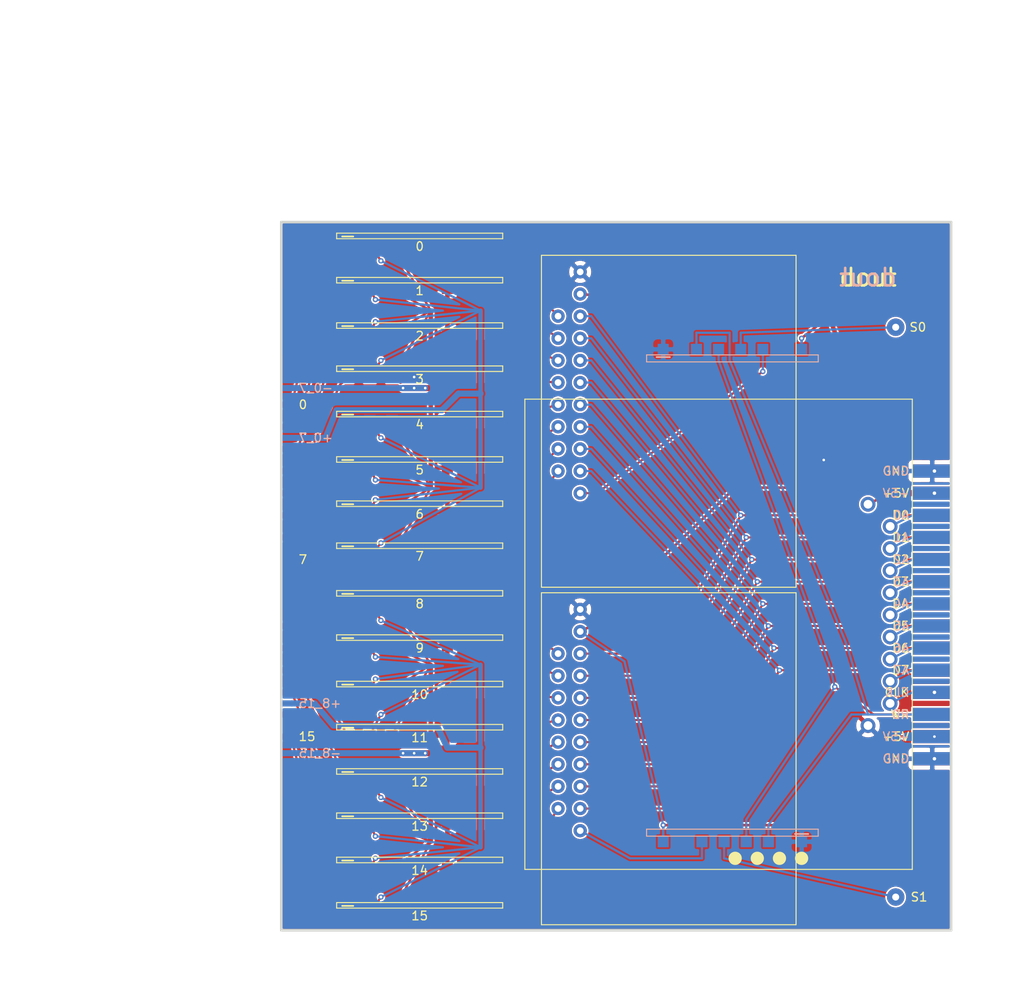
<source format=kicad_pcb>
(kicad_pcb (version 20171130) (host pcbnew 5.1.5+dfsg1-2build2)
  (layers (0 F.Cu signal) (31 B.Cu signal) (34 B.Paste user) (35 F.Paste user) (36 B.SilkS user) (37 F.SilkS user) (38 B.Mask user) (39 F.Mask user) (44 Edge.Cuts user))
  (net 0 "")
  (net 1 OUT1)
  (net 2 OUT2)
  (net 3 OUT3)
  (net 4 OUT4)
  (net 5 OUT5)
  (net 6 OUT6)
  (net 7 OUT7)
  (net 8 GND)
  (net 9 OPL1)
  (net 10 OPL2)
  (net 11 OPL3)
  (net 12 OPL4)
  (net 13 OPL5)
  (net 14 OPL6)
  (net 15 OPL7)
  (net 16 +5V)
  (net 17 CLK)
  (net 18 A7)
  (net 19 A6)
  (net 20 A5)
  (net 21 A4)
  (net 22 A3)
  (net 23 A2)
  (net 24 A1)
  (net 25 A0)
  (net 26 D7)
  (net 27 D6)
  (net 28 D5)
  (net 29 D4)
  (net 30 D3)
  (net 31 D2)
  (net 32 D1)
  (net 33 D0)
  (net 34 OPL0)
  (net 35 WR)
  (net 36 RD)
  (net 37 OUT0)
  (net 38 S0)
  (net 39 SW0)
  (net 40 VP0_7)
  (net 41 VM0_7)
  (net 42 VM8_15)
  (net 43 VP8_15)
  (net 44 OUT15)
  (net 45 OUT14)
  (net 46 OUT13)
  (net 47 OUT12)
  (net 48 OUT11)
  (net 49 OUT10)
  (net 50 OUT9)
  (net 51 OUT8)
  (net 52 S1)
  (net 53 OPL8)
  (net 54 OPL9)
  (net 55 OPL10)
  (net 56 OPL11)
  (net 57 OPL12)
  (net 58 OPL13)
  (net 59 OPL14)
  (net 60 OPL15)
  (net 61 SW1)
  (net 62 "Net-(J25-Pad13)")
  (net 63 "Net-(J25-Pad12)")
  (net 64 "Net-(J25-Pad15)")
  (net 65 "Net-(J25-Pad14)")
  (module plc88:data_manager_i (layer F.Cu) (at -7.62 35.56)
    (fp_text reference J19 hide)
    (fp_text value data_manager_i hide)
    (pad 19 thru_hole circle (at -2.54 27.94) (size 1.524 1.524) (drill 0.762) (layers *.Cu *.Mask) (net 61 SW1))
    (pad 18 thru_hole circle (at -2.54 5.08) (size 1.524 1.524) (drill 0.762) (layers *.Cu *.Mask) (net 16 +5V))
    (pad 17 thru_hole circle (at -2.54 2.54) (size 1.524 1.524) (drill 0.762) (layers *.Cu *.Mask) (net 8 GND))
    (pad 16 thru_hole circle (at -2.54 25.4) (size 1.524 1.524) (drill 0.762) (layers *.Cu *.Mask) (net 26 D7))
    (pad 15 thru_hole circle (at -5.08 25.4) (size 1.524 1.524) (drill 0.762) (layers *.Cu *.Mask) (net 60 OPL15))
    (pad 14 thru_hole circle (at -2.54 22.86) (size 1.524 1.524) (drill 0.762) (layers *.Cu *.Mask) (net 27 D6))
    (pad 13 thru_hole circle (at -5.08 22.86) (size 1.524 1.524) (drill 0.762) (layers *.Cu *.Mask) (net 59 OPL14))
    (pad 12 thru_hole circle (at -2.54 20.32) (size 1.524 1.524) (drill 0.762) (layers *.Cu *.Mask) (net 28 D5))
    (pad 11 thru_hole circle (at -5.08 20.32) (size 1.524 1.524) (drill 0.762) (layers *.Cu *.Mask) (net 58 OPL13))
    (pad 10 thru_hole circle (at -2.54 17.78) (size 1.524 1.524) (drill 0.762) (layers *.Cu *.Mask) (net 29 D4))
    (pad 9 thru_hole circle (at -5.08 17.78) (size 1.524 1.524) (drill 0.762) (layers *.Cu *.Mask) (net 57 OPL12))
    (pad 8 thru_hole circle (at -2.54 15.24) (size 1.524 1.524) (drill 0.762) (layers *.Cu *.Mask) (net 30 D3))
    (pad 7 thru_hole circle (at -5.08 15.24) (size 1.524 1.524) (drill 0.762) (layers *.Cu *.Mask) (net 56 OPL11))
    (pad 6 thru_hole circle (at -2.54 12.7) (size 1.524 1.524) (drill 0.762) (layers *.Cu *.Mask) (net 31 D2))
    (pad 5 thru_hole circle (at -5.08 12.7) (size 1.524 1.524) (drill 0.762) (layers *.Cu *.Mask) (net 55 OPL10))
    (pad 4 thru_hole circle (at -2.54 10.16) (size 1.524 1.524) (drill 0.762) (layers *.Cu *.Mask) (net 32 D1))
    (pad 3 thru_hole circle (at -5.08 10.16) (size 1.524 1.524) (drill 0.762) (layers *.Cu *.Mask) (net 54 OPL9))
    (pad 2 thru_hole circle (at -2.54 7.62) (size 1.524 1.524) (drill 0.762) (layers *.Cu *.Mask) (net 33 D0))
    (pad 1 thru_hole circle (at -5.08 7.62) (size 1.524 1.524) (drill 0.762) (layers *.Cu *.Mask) (net 53 OPL8))
  )
  (module plc88:data_manager_i (layer F.Cu) (at -7.62 -3.175)
    (fp_text reference J18 hide)
    (fp_text value data_manager_i hide)
    (pad 19 thru_hole circle (at -2.54 27.94) (size 1.524 1.524) (drill 0.762) (layers *.Cu *.Mask) (net 39 SW0))
    (pad 18 thru_hole circle (at -2.54 5.08) (size 1.524 1.524) (drill 0.762) (layers *.Cu *.Mask) (net 16 +5V))
    (pad 17 thru_hole circle (at -2.54 2.54) (size 1.524 1.524) (drill 0.762) (layers *.Cu *.Mask) (net 8 GND))
    (pad 16 thru_hole circle (at -2.54 25.4) (size 1.524 1.524) (drill 0.762) (layers *.Cu *.Mask) (net 26 D7))
    (pad 15 thru_hole circle (at -5.08 25.4) (size 1.524 1.524) (drill 0.762) (layers *.Cu *.Mask) (net 15 OPL7))
    (pad 14 thru_hole circle (at -2.54 22.86) (size 1.524 1.524) (drill 0.762) (layers *.Cu *.Mask) (net 27 D6))
    (pad 13 thru_hole circle (at -5.08 22.86) (size 1.524 1.524) (drill 0.762) (layers *.Cu *.Mask) (net 14 OPL6))
    (pad 12 thru_hole circle (at -2.54 20.32) (size 1.524 1.524) (drill 0.762) (layers *.Cu *.Mask) (net 28 D5))
    (pad 11 thru_hole circle (at -5.08 20.32) (size 1.524 1.524) (drill 0.762) (layers *.Cu *.Mask) (net 13 OPL5))
    (pad 10 thru_hole circle (at -2.54 17.78) (size 1.524 1.524) (drill 0.762) (layers *.Cu *.Mask) (net 29 D4))
    (pad 9 thru_hole circle (at -5.08 17.78) (size 1.524 1.524) (drill 0.762) (layers *.Cu *.Mask) (net 12 OPL4))
    (pad 8 thru_hole circle (at -2.54 15.24) (size 1.524 1.524) (drill 0.762) (layers *.Cu *.Mask) (net 30 D3))
    (pad 7 thru_hole circle (at -5.08 15.24) (size 1.524 1.524) (drill 0.762) (layers *.Cu *.Mask) (net 11 OPL3))
    (pad 6 thru_hole circle (at -2.54 12.7) (size 1.524 1.524) (drill 0.762) (layers *.Cu *.Mask) (net 31 D2))
    (pad 5 thru_hole circle (at -5.08 12.7) (size 1.524 1.524) (drill 0.762) (layers *.Cu *.Mask) (net 10 OPL2))
    (pad 4 thru_hole circle (at -2.54 10.16) (size 1.524 1.524) (drill 0.762) (layers *.Cu *.Mask) (net 32 D1))
    (pad 3 thru_hole circle (at -5.08 10.16) (size 1.524 1.524) (drill 0.762) (layers *.Cu *.Mask) (net 9 OPL1))
    (pad 2 thru_hole circle (at -2.54 7.62) (size 1.524 1.524) (drill 0.762) (layers *.Cu *.Mask) (net 33 D0))
    (pad 1 thru_hole circle (at -5.08 7.62) (size 1.524 1.524) (drill 0.762) (layers *.Cu *.Mask) (net 34 OPL0))
  )
  (module plc88:dio_channel_i (layer F.Cu) (at -29.845 70.485)
    (fp_text reference J17 hide)
    (fp_text value dio_channel_i hide)
    (fp_text user 15 (at 1.27 2.794) (layer F.SilkS))
    (pad 4 smd rect (at 4.445 2.54) (size 1.27 1.27) (layers F.Cu F.Paste F.Mask) (net 8 GND))
    (pad 6 smd rect (at 9.525 2.54) (size 1.27 1.27) (layers F.Cu F.Paste F.Mask) (net 60 OPL15))
    (pad 5 smd rect (at 6.985 2.54) (size 1.27 1.27) (layers F.Cu F.Paste F.Mask) (net 16 +5V))
    (pad 3 smd rect (at -1.905 2.54) (size 1.27 1.27) (layers F.Cu F.Paste F.Mask) (net 42 VM8_15))
    (pad 2 smd rect (at -4.445 2.54) (size 1.27 1.27) (layers F.Cu F.Paste F.Mask) (net 43 VP8_15))
    (pad 1 smd rect (at -6.985 2.54) (size 1.27 1.27) (layers F.Cu F.Paste F.Mask) (net 44 OUT15))
  )
  (module plc88:dio_channel_i (layer F.Cu) (at -29.845 65.278)
    (fp_text reference J16 hide)
    (fp_text value dio_channel_i hide)
    (fp_text user 14 (at 1.27 2.794) (layer F.SilkS))
    (pad 4 smd rect (at 4.445 2.54) (size 1.27 1.27) (layers F.Cu F.Paste F.Mask) (net 8 GND))
    (pad 6 smd rect (at 9.525 2.54) (size 1.27 1.27) (layers F.Cu F.Paste F.Mask) (net 59 OPL14))
    (pad 5 smd rect (at 6.985 2.54) (size 1.27 1.27) (layers F.Cu F.Paste F.Mask) (net 16 +5V))
    (pad 3 smd rect (at -1.905 2.54) (size 1.27 1.27) (layers F.Cu F.Paste F.Mask) (net 42 VM8_15))
    (pad 2 smd rect (at -4.445 2.54) (size 1.27 1.27) (layers F.Cu F.Paste F.Mask) (net 43 VP8_15))
    (pad 1 smd rect (at -6.985 2.54) (size 1.27 1.27) (layers F.Cu F.Paste F.Mask) (net 45 OUT14))
  )
  (module plc88:dio_channel_i (layer F.Cu) (at -29.845 60.198)
    (fp_text reference J15 hide)
    (fp_text value dio_channel_i hide)
    (fp_text user 13 (at 1.27 2.794) (layer F.SilkS))
    (pad 4 smd rect (at 4.445 2.54) (size 1.27 1.27) (layers F.Cu F.Paste F.Mask) (net 8 GND))
    (pad 6 smd rect (at 9.525 2.54) (size 1.27 1.27) (layers F.Cu F.Paste F.Mask) (net 58 OPL13))
    (pad 5 smd rect (at 6.985 2.54) (size 1.27 1.27) (layers F.Cu F.Paste F.Mask) (net 16 +5V))
    (pad 3 smd rect (at -1.905 2.54) (size 1.27 1.27) (layers F.Cu F.Paste F.Mask) (net 42 VM8_15))
    (pad 2 smd rect (at -4.445 2.54) (size 1.27 1.27) (layers F.Cu F.Paste F.Mask) (net 43 VP8_15))
    (pad 1 smd rect (at -6.985 2.54) (size 1.27 1.27) (layers F.Cu F.Paste F.Mask) (net 46 OUT13))
  )
  (module plc88:dio_channel_i (layer F.Cu) (at -29.845 55.118)
    (fp_text reference J14 hide)
    (fp_text value dio_channel_i hide)
    (fp_text user 12 (at 1.27 2.794) (layer F.SilkS))
    (pad 4 smd rect (at 4.445 2.54) (size 1.27 1.27) (layers F.Cu F.Paste F.Mask) (net 8 GND))
    (pad 6 smd rect (at 9.525 2.54) (size 1.27 1.27) (layers F.Cu F.Paste F.Mask) (net 57 OPL12))
    (pad 5 smd rect (at 6.985 2.54) (size 1.27 1.27) (layers F.Cu F.Paste F.Mask) (net 16 +5V))
    (pad 3 smd rect (at -1.905 2.54) (size 1.27 1.27) (layers F.Cu F.Paste F.Mask) (net 42 VM8_15))
    (pad 2 smd rect (at -4.445 2.54) (size 1.27 1.27) (layers F.Cu F.Paste F.Mask) (net 43 VP8_15))
    (pad 1 smd rect (at -6.985 2.54) (size 1.27 1.27) (layers F.Cu F.Paste F.Mask) (net 47 OUT12))
  )
  (module plc88:dio_channel_i (layer F.Cu) (at -29.845 50.038)
    (fp_text reference J13 hide)
    (fp_text value dio_channel_i hide)
    (fp_text user 11 (at 1.27 2.794) (layer F.SilkS))
    (pad 4 smd rect (at 4.445 2.54) (size 1.27 1.27) (layers F.Cu F.Paste F.Mask) (net 8 GND))
    (pad 6 smd rect (at 9.525 2.54) (size 1.27 1.27) (layers F.Cu F.Paste F.Mask) (net 56 OPL11))
    (pad 5 smd rect (at 6.985 2.54) (size 1.27 1.27) (layers F.Cu F.Paste F.Mask) (net 16 +5V))
    (pad 3 smd rect (at -1.905 2.54) (size 1.27 1.27) (layers F.Cu F.Paste F.Mask) (net 42 VM8_15))
    (pad 2 smd rect (at -4.445 2.54) (size 1.27 1.27) (layers F.Cu F.Paste F.Mask) (net 43 VP8_15))
    (pad 1 smd rect (at -6.985 2.54) (size 1.27 1.27) (layers F.Cu F.Paste F.Mask) (net 48 OUT11))
  )
  (module plc88:dio_channel_i (layer F.Cu) (at -29.845 45.085)
    (fp_text reference J12 hide)
    (fp_text value dio_channel_i hide)
    (fp_text user 10 (at 1.27 2.794) (layer F.SilkS))
    (pad 4 smd rect (at 4.445 2.54) (size 1.27 1.27) (layers F.Cu F.Paste F.Mask) (net 8 GND))
    (pad 6 smd rect (at 9.525 2.54) (size 1.27 1.27) (layers F.Cu F.Paste F.Mask) (net 55 OPL10))
    (pad 5 smd rect (at 6.985 2.54) (size 1.27 1.27) (layers F.Cu F.Paste F.Mask) (net 16 +5V))
    (pad 3 smd rect (at -1.905 2.54) (size 1.27 1.27) (layers F.Cu F.Paste F.Mask) (net 42 VM8_15))
    (pad 2 smd rect (at -4.445 2.54) (size 1.27 1.27) (layers F.Cu F.Paste F.Mask) (net 43 VP8_15))
    (pad 1 smd rect (at -6.985 2.54) (size 1.27 1.27) (layers F.Cu F.Paste F.Mask) (net 49 OUT10))
  )
  (module plc88:dio_channel_i (layer F.Cu) (at -29.845 39.751)
    (fp_text reference J11 hide)
    (fp_text value dio_channel_i hide)
    (fp_text user 9 (at 1.27 2.794) (layer F.SilkS))
    (pad 4 smd rect (at 4.445 2.54) (size 1.27 1.27) (layers F.Cu F.Paste F.Mask) (net 8 GND))
    (pad 6 smd rect (at 9.525 2.54) (size 1.27 1.27) (layers F.Cu F.Paste F.Mask) (net 54 OPL9))
    (pad 5 smd rect (at 6.985 2.54) (size 1.27 1.27) (layers F.Cu F.Paste F.Mask) (net 16 +5V))
    (pad 3 smd rect (at -1.905 2.54) (size 1.27 1.27) (layers F.Cu F.Paste F.Mask) (net 42 VM8_15))
    (pad 2 smd rect (at -4.445 2.54) (size 1.27 1.27) (layers F.Cu F.Paste F.Mask) (net 43 VP8_15))
    (pad 1 smd rect (at -6.985 2.54) (size 1.27 1.27) (layers F.Cu F.Paste F.Mask) (net 50 OUT9))
  )
  (module plc88:dio_channel_i (layer F.Cu) (at -29.845 34.671)
    (fp_text reference J10 hide)
    (fp_text value dio_channel_i hide)
    (fp_text user 8 (at 1.27 2.794) (layer F.SilkS))
    (pad 4 smd rect (at 4.445 2.54) (size 1.27 1.27) (layers F.Cu F.Paste F.Mask) (net 8 GND))
    (pad 6 smd rect (at 9.525 2.54) (size 1.27 1.27) (layers F.Cu F.Paste F.Mask) (net 53 OPL8))
    (pad 5 smd rect (at 6.985 2.54) (size 1.27 1.27) (layers F.Cu F.Paste F.Mask) (net 16 +5V))
    (pad 3 smd rect (at -1.905 2.54) (size 1.27 1.27) (layers F.Cu F.Paste F.Mask) (net 42 VM8_15))
    (pad 2 smd rect (at -4.445 2.54) (size 1.27 1.27) (layers F.Cu F.Paste F.Mask) (net 43 VP8_15))
    (pad 1 smd rect (at -6.985 2.54) (size 1.27 1.27) (layers F.Cu F.Paste F.Mask) (net 51 OUT8))
  )
  (module plc88:dio_channel_i (layer F.Cu) (at -29.845 29.21)
    (fp_text reference J9 hide)
    (fp_text value dio_channel_i hide)
    (fp_text user 7 (at 1.27 2.794) (layer F.SilkS))
    (pad 4 smd rect (at 4.445 2.54) (size 1.27 1.27) (layers F.Cu F.Paste F.Mask) (net 8 GND))
    (pad 6 smd rect (at 9.525 2.54) (size 1.27 1.27) (layers F.Cu F.Paste F.Mask) (net 15 OPL7))
    (pad 5 smd rect (at 6.985 2.54) (size 1.27 1.27) (layers F.Cu F.Paste F.Mask) (net 16 +5V))
    (pad 3 smd rect (at -1.905 2.54) (size 1.27 1.27) (layers F.Cu F.Paste F.Mask) (net 41 VM0_7))
    (pad 2 smd rect (at -4.445 2.54) (size 1.27 1.27) (layers F.Cu F.Paste F.Mask) (net 40 VP0_7))
    (pad 1 smd rect (at -6.985 2.54) (size 1.27 1.27) (layers F.Cu F.Paste F.Mask) (net 7 OUT7))
  )
  (module plc88:dio_channel_i (layer F.Cu) (at -29.845 24.384)
    (fp_text reference J8 hide)
    (fp_text value dio_channel_i hide)
    (fp_text user 6 (at 1.27 2.794) (layer F.SilkS))
    (pad 4 smd rect (at 4.445 2.54) (size 1.27 1.27) (layers F.Cu F.Paste F.Mask) (net 8 GND))
    (pad 6 smd rect (at 9.525 2.54) (size 1.27 1.27) (layers F.Cu F.Paste F.Mask) (net 14 OPL6))
    (pad 5 smd rect (at 6.985 2.54) (size 1.27 1.27) (layers F.Cu F.Paste F.Mask) (net 16 +5V))
    (pad 3 smd rect (at -1.905 2.54) (size 1.27 1.27) (layers F.Cu F.Paste F.Mask) (net 41 VM0_7))
    (pad 2 smd rect (at -4.445 2.54) (size 1.27 1.27) (layers F.Cu F.Paste F.Mask) (net 40 VP0_7))
    (pad 1 smd rect (at -6.985 2.54) (size 1.27 1.27) (layers F.Cu F.Paste F.Mask) (net 6 OUT6))
  )
  (module plc88:dio_channel_i (layer F.Cu) (at -29.845 19.304)
    (fp_text reference J7 hide)
    (fp_text value dio_channel_i hide)
    (fp_text user 5 (at 1.27 2.794) (layer F.SilkS))
    (pad 4 smd rect (at 4.445 2.54) (size 1.27 1.27) (layers F.Cu F.Paste F.Mask) (net 8 GND))
    (pad 6 smd rect (at 9.525 2.54) (size 1.27 1.27) (layers F.Cu F.Paste F.Mask) (net 13 OPL5))
    (pad 5 smd rect (at 6.985 2.54) (size 1.27 1.27) (layers F.Cu F.Paste F.Mask) (net 16 +5V))
    (pad 3 smd rect (at -1.905 2.54) (size 1.27 1.27) (layers F.Cu F.Paste F.Mask) (net 41 VM0_7))
    (pad 2 smd rect (at -4.445 2.54) (size 1.27 1.27) (layers F.Cu F.Paste F.Mask) (net 40 VP0_7))
    (pad 1 smd rect (at -6.985 2.54) (size 1.27 1.27) (layers F.Cu F.Paste F.Mask) (net 5 OUT5))
  )
  (module plc88:dio_channel_i (layer F.Cu) (at -29.845 14.097)
    (fp_text reference J6 hide)
    (fp_text value dio_channel_i hide)
    (fp_text user 4 (at 1.27 2.794) (layer F.SilkS))
    (pad 4 smd rect (at 4.445 2.54) (size 1.27 1.27) (layers F.Cu F.Paste F.Mask) (net 8 GND))
    (pad 6 smd rect (at 9.525 2.54) (size 1.27 1.27) (layers F.Cu F.Paste F.Mask) (net 12 OPL4))
    (pad 5 smd rect (at 6.985 2.54) (size 1.27 1.27) (layers F.Cu F.Paste F.Mask) (net 16 +5V))
    (pad 3 smd rect (at -1.905 2.54) (size 1.27 1.27) (layers F.Cu F.Paste F.Mask) (net 41 VM0_7))
    (pad 2 smd rect (at -4.445 2.54) (size 1.27 1.27) (layers F.Cu F.Paste F.Mask) (net 40 VP0_7))
    (pad 1 smd rect (at -6.985 2.54) (size 1.27 1.27) (layers F.Cu F.Paste F.Mask) (net 4 OUT4))
  )
  (module plc88:dio_channel_i (layer F.Cu) (at -29.845 8.89)
    (fp_text reference J5 hide)
    (fp_text value dio_channel_i hide)
    (fp_text user 3 (at 1.27 2.794) (layer F.SilkS))
    (pad 4 smd rect (at 4.445 2.54) (size 1.27 1.27) (layers F.Cu F.Paste F.Mask) (net 8 GND))
    (pad 6 smd rect (at 9.525 2.54) (size 1.27 1.27) (layers F.Cu F.Paste F.Mask) (net 11 OPL3))
    (pad 5 smd rect (at 6.985 2.54) (size 1.27 1.27) (layers F.Cu F.Paste F.Mask) (net 16 +5V))
    (pad 3 smd rect (at -1.905 2.54) (size 1.27 1.27) (layers F.Cu F.Paste F.Mask) (net 41 VM0_7))
    (pad 2 smd rect (at -4.445 2.54) (size 1.27 1.27) (layers F.Cu F.Paste F.Mask) (net 40 VP0_7))
    (pad 1 smd rect (at -6.985 2.54) (size 1.27 1.27) (layers F.Cu F.Paste F.Mask) (net 3 OUT3))
  )
  (module plc88:dio_channel_i (layer F.Cu) (at -29.845 3.937)
    (fp_text reference J4 hide)
    (fp_text value dio_channel_i hide)
    (fp_text user 2 (at 1.27 2.794) (layer F.SilkS))
    (pad 4 smd rect (at 4.445 2.54) (size 1.27 1.27) (layers F.Cu F.Paste F.Mask) (net 8 GND))
    (pad 6 smd rect (at 9.525 2.54) (size 1.27 1.27) (layers F.Cu F.Paste F.Mask) (net 10 OPL2))
    (pad 5 smd rect (at 6.985 2.54) (size 1.27 1.27) (layers F.Cu F.Paste F.Mask) (net 16 +5V))
    (pad 3 smd rect (at -1.905 2.54) (size 1.27 1.27) (layers F.Cu F.Paste F.Mask) (net 41 VM0_7))
    (pad 2 smd rect (at -4.445 2.54) (size 1.27 1.27) (layers F.Cu F.Paste F.Mask) (net 40 VP0_7))
    (pad 1 smd rect (at -6.985 2.54) (size 1.27 1.27) (layers F.Cu F.Paste F.Mask) (net 2 OUT2))
  )
  (module plc88:dio_channel_i (layer F.Cu) (at -29.845 -1.27)
    (fp_text reference J3 hide)
    (fp_text value dio_channel_i hide)
    (fp_text user 1 (at 1.27 2.794) (layer F.SilkS))
    (pad 4 smd rect (at 4.445 2.54) (size 1.27 1.27) (layers F.Cu F.Paste F.Mask) (net 8 GND))
    (pad 6 smd rect (at 9.525 2.54) (size 1.27 1.27) (layers F.Cu F.Paste F.Mask) (net 9 OPL1))
    (pad 5 smd rect (at 6.985 2.54) (size 1.27 1.27) (layers F.Cu F.Paste F.Mask) (net 16 +5V))
    (pad 3 smd rect (at -1.905 2.54) (size 1.27 1.27) (layers F.Cu F.Paste F.Mask) (net 41 VM0_7))
    (pad 2 smd rect (at -4.445 2.54) (size 1.27 1.27) (layers F.Cu F.Paste F.Mask) (net 40 VP0_7))
    (pad 1 smd rect (at -6.985 2.54) (size 1.27 1.27) (layers F.Cu F.Paste F.Mask) (net 1 OUT1))
  )
  (module plc88:dio_channel_i (layer F.Cu) (at -29.845 -6.35)
    (fp_text reference J2 hide)
    (fp_text value dio_channel_i hide)
    (fp_text user 0 (at 1.27 2.794) (layer F.SilkS))
    (pad 4 smd rect (at 4.445 2.54) (size 1.27 1.27) (layers F.Cu F.Paste F.Mask) (net 8 GND))
    (pad 6 smd rect (at 9.525 2.54) (size 1.27 1.27) (layers F.Cu F.Paste F.Mask) (net 34 OPL0))
    (pad 5 smd rect (at 6.985 2.54) (size 1.27 1.27) (layers F.Cu F.Paste F.Mask) (net 16 +5V))
    (pad 3 smd rect (at -1.905 2.54) (size 1.27 1.27) (layers F.Cu F.Paste F.Mask) (net 41 VM0_7))
    (pad 2 smd rect (at -4.445 2.54) (size 1.27 1.27) (layers F.Cu F.Paste F.Mask) (net 40 VP0_7))
    (pad 1 smd rect (at -6.985 2.54) (size 1.27 1.27) (layers F.Cu F.Paste F.Mask) (net 37 OUT0))
  )
  (module plc88:fm16_im (layer F.Cu) (at -41.275 5.715)
    (fp_text reference J1 hide)
    (fp_text value fm16_i hide)
    (fp_text user 15 (at -1.27 46.99) (layer F.SilkS) (effects (justify left)))
    (fp_text user 7 (at -1.27 26.67) (layer F.SilkS) (effects (justify left)))
    (fp_text user 0 (at -1.27 8.89) (layer F.SilkS) (effects (justify left)))
    (fp_text user -8_15 (at -1.27 48.895) (layer B.SilkS) (effects (justify right mirror)))
    (fp_text user +8_15 (at -1.27 43.18) (layer B.SilkS) (effects (justify right mirror)))
    (fp_text user -0_7 (at -1.27 6.985) (layer B.SilkS) (effects (justify right mirror)))
    (fp_text user +0_7 (at -1.27 12.7) (layer B.SilkS) (effects (justify right mirror)))
    (pad 25 smd rect (at -2.54 57.785) (size 1.27 7.62) (layers F.Cu F.Paste F.Mask) (net 8 GND))
    (pad 24 smd rect (at -2.54 -0.635) (size 1.27 7.62) (layers F.Cu F.Paste F.Mask) (net 8 GND))
    (pad 23 smd rect (at -2.54 57.785) (size 1.27 7.62) (layers B.Cu B.Paste B.Mask) (net 8 GND))
    (pad 22 smd rect (at -2.54 28.575) (size 1.27 7.62) (layers B.Cu B.Paste B.Mask) (net 8 GND))
    (pad 21 smd rect (at -2.54 -0.635) (size 1.27 7.62) (layers B.Cu B.Paste B.Mask) (net 8 GND))
    (pad 20 smd rect (at -2.54 48.895) (size 1.27 0.7) (layers B.Cu B.Paste B.Mask) (net 42 VM8_15))
    (pad 19 smd rect (at -2.54 43.18) (size 1.27 0.7) (layers B.Cu B.Paste B.Mask) (net 43 VP8_15))
    (pad 18 smd rect (at -2.54 12.7) (size 1.27 0.7) (layers B.Cu B.Paste B.Mask) (net 40 VP0_7))
    (pad 17 smd rect (at -2.54 6.985) (size 1.27 0.7) (layers B.Cu B.Paste B.Mask) (net 41 VM0_7))
    (pad 16 smd rect (at -2.54 46.99) (size 1.27 0.7) (layers F.Cu F.Paste F.Mask) (net 44 OUT15))
    (pad 15 smd rect (at -2.54 44.45) (size 1.27 0.7) (layers F.Cu F.Paste F.Mask) (net 45 OUT14))
    (pad 14 smd rect (at -2.54 41.91) (size 1.27 0.7) (layers F.Cu F.Paste F.Mask) (net 46 OUT13))
    (pad 13 smd rect (at -2.54 39.37) (size 1.27 0.7) (layers F.Cu F.Paste F.Mask) (net 47 OUT12))
    (pad 12 smd rect (at -2.54 36.83) (size 1.27 0.7) (layers F.Cu F.Paste F.Mask) (net 48 OUT11))
    (pad 11 smd rect (at -2.54 34.29) (size 1.27 0.7) (layers F.Cu F.Paste F.Mask) (net 49 OUT10))
    (pad 10 smd rect (at -2.54 31.75) (size 1.27 0.7) (layers F.Cu F.Paste F.Mask) (net 50 OUT9))
    (pad 9 smd rect (at -2.54 29.21) (size 1.27 0.7) (layers F.Cu F.Paste F.Mask) (net 51 OUT8))
    (pad 8 smd rect (at -2.54 26.67) (size 1.27 0.7) (layers F.Cu F.Paste F.Mask) (net 7 OUT7))
    (pad 7 smd rect (at -2.54 24.13) (size 1.27 0.7) (layers F.Cu F.Paste F.Mask) (net 6 OUT6))
    (pad 6 smd rect (at -2.54 21.59) (size 1.27 0.7) (layers F.Cu F.Paste F.Mask) (net 5 OUT5))
    (pad 5 smd rect (at -2.54 19.05) (size 1.27 0.7) (layers F.Cu F.Paste F.Mask) (net 4 OUT4))
    (pad 4 smd rect (at -2.54 16.51) (size 1.27 0.7) (layers F.Cu F.Paste F.Mask) (net 3 OUT3))
    (pad 3 smd rect (at -2.54 13.97) (size 1.27 0.7) (layers F.Cu F.Paste F.Mask) (net 2 OUT2))
    (pad 2 smd rect (at -2.54 11.43) (size 1.27 0.7) (layers F.Cu F.Paste F.Mask) (net 1 OUT1))
    (pad 1 smd rect (at -2.54 8.89) (size 1.27 0.7) (layers F.Cu F.Paste F.Mask) (net 37 OUT0))
  )
  (module plc88:bus_im (layer F.Cu) (at 30.226 22.225)
    (fp_text reference J24 hide)
    (fp_text value bus_i hide)
    (fp_text user WR (at -2.54 27.94) (layer F.SilkS) (effects (justify right)))
    (fp_text user RD (at -2.54 27.94) (layer B.SilkS) (effects (justify left mirror)))
    (fp_text user GND (at -2.54 0) (layer B.SilkS) (effects (justify left mirror)))
    (fp_text user +5V (at -2.54 2.54) (layer B.SilkS) (effects (justify left mirror)))
    (fp_text user GND (at -2.54 33.02) (layer B.SilkS) (effects (justify left mirror)))
    (fp_text user +5V (at -2.54 30.48) (layer B.SilkS) (effects (justify left mirror)))
    (fp_text user CLK (at -2.54 25.4) (layer B.SilkS) (effects (justify left mirror)))
    (fp_text user A7 (at -2.54 22.86) (layer B.SilkS) (effects (justify left mirror)))
    (fp_text user A6 (at -2.54 20.32) (layer B.SilkS) (effects (justify left mirror)))
    (fp_text user A5 (at -2.54 17.78) (layer B.SilkS) (effects (justify left mirror)))
    (fp_text user A4 (at -2.54 15.24) (layer B.SilkS) (effects (justify left mirror)))
    (fp_text user A3 (at -2.54 12.7) (layer B.SilkS) (effects (justify left mirror)))
    (fp_text user A2 (at -2.54 10.16) (layer B.SilkS) (effects (justify left mirror)))
    (fp_text user A1 (at -2.54 7.62) (layer B.SilkS) (effects (justify left mirror)))
    (fp_text user A0 (at -2.54 5.08) (layer B.SilkS) (effects (justify left mirror)))
    (fp_text user D7 (at -2.54 22.86) (layer F.SilkS) (effects (justify right)))
    (fp_text user CLK (at -2.54 25.4) (layer F.SilkS) (effects (justify right)))
    (fp_text user +5V (at -2.54 30.48) (layer F.SilkS) (effects (justify right)))
    (fp_text user GND (at -2.54 33.02) (layer F.SilkS) (effects (justify right)))
    (fp_text user D6 (at -2.54 20.32) (layer F.SilkS) (effects (justify right)))
    (fp_text user D5 (at -2.54 17.78) (layer F.SilkS) (effects (justify right)))
    (fp_text user D4 (at -2.54 15.24) (layer F.SilkS) (effects (justify right)))
    (fp_text user D3 (at -2.54 12.7) (layer F.SilkS) (effects (justify right)))
    (fp_text user D2 (at -2.54 10.16) (layer F.SilkS) (effects (justify right)))
    (fp_text user D1 (at -2.54 7.62) (layer F.SilkS) (effects (justify right)))
    (fp_text user D0 (at -2.54 5.08) (layer F.SilkS) (effects (justify right)))
    (fp_text user +5V (at -2.54 2.54) (layer F.SilkS) (effects (justify right)))
    (fp_text user GND (at -2.54 0) (layer F.SilkS) (effects (justify right)))
    (pad 24 smd rect (at 0 27.94) (size 4.445 1.524) (layers F.Cu F.Paste F.Mask) (net 35 WR))
    (pad 23 smd rect (at 0 27.94) (size 4.445 1.524) (layers B.Cu B.Paste B.Mask) (net 36 RD))
    (pad 28 smd rect (at 0 33.02) (size 4.445 1.524) (layers F.Cu F.Paste F.Mask) (net 8 GND))
    (pad 26 smd rect (at 0 30.48) (size 4.445 1.524) (layers F.Cu F.Paste F.Mask) (net 16 +5V))
    (pad 22 smd rect (at 0 25.4) (size 4.445 1.524) (layers F.Cu F.Paste F.Mask) (net 17 CLK))
    (pad 20 smd rect (at 0 22.86) (size 4.445 1.524) (layers F.Cu F.Paste F.Mask) (net 26 D7))
    (pad 18 smd rect (at 0 20.32) (size 4.445 1.524) (layers F.Cu F.Paste F.Mask) (net 27 D6))
    (pad 16 smd rect (at 0 17.78) (size 4.445 1.524) (layers F.Cu F.Paste F.Mask) (net 28 D5))
    (pad 14 smd rect (at 0 15.24) (size 4.445 1.524) (layers F.Cu F.Paste F.Mask) (net 29 D4))
    (pad 12 smd rect (at 0 12.7) (size 4.445 1.524) (layers F.Cu F.Paste F.Mask) (net 30 D3))
    (pad 10 smd rect (at 0 10.16) (size 4.445 1.524) (layers F.Cu F.Paste F.Mask) (net 31 D2))
    (pad 8 smd rect (at 0 7.62) (size 4.445 1.524) (layers F.Cu F.Paste F.Mask) (net 32 D1))
    (pad 6 smd rect (at 0 5.08) (size 4.445 1.524) (layers F.Cu F.Paste F.Mask) (net 33 D0))
    (pad 4 smd rect (at 0 2.54) (size 4.445 1.524) (layers F.Cu F.Paste F.Mask) (net 16 +5V))
    (pad 2 smd rect (at 0 0) (size 4.445 1.524) (layers F.Cu F.Paste F.Mask) (net 8 GND))
    (pad 9 smd rect (at 0 10.16) (size 4.445 1.524) (layers B.Cu B.Paste B.Mask) (net 23 A2))
    (pad 27 smd rect (at 0 33.02) (size 4.445 1.524) (layers B.Cu B.Paste B.Mask) (net 8 GND))
    (pad 25 smd rect (at 0 30.48) (size 4.445 1.524) (layers B.Cu B.Paste B.Mask) (net 16 +5V))
    (pad 21 smd rect (at 0 25.4) (size 4.445 1.524) (layers B.Cu B.Paste B.Mask) (net 17 CLK))
    (pad 19 smd rect (at 0 22.86) (size 4.445 1.524) (layers B.Cu B.Paste B.Mask) (net 18 A7))
    (pad 17 smd rect (at 0 20.32) (size 4.445 1.524) (layers B.Cu B.Paste B.Mask) (net 19 A6))
    (pad 15 smd rect (at 0 17.78) (size 4.445 1.524) (layers B.Cu B.Paste B.Mask) (net 20 A5))
    (pad 13 smd rect (at 0 15.24) (size 4.445 1.524) (layers B.Cu B.Paste B.Mask) (net 21 A4))
    (pad 11 smd rect (at 0 12.7) (size 4.445 1.524) (layers B.Cu B.Paste B.Mask) (net 22 A3))
    (pad 7 smd rect (at 0 7.62) (size 4.445 1.524) (layers B.Cu B.Paste B.Mask) (net 24 A1))
    (pad 5 smd rect (at 0 5.08) (size 4.445 1.524) (layers B.Cu B.Paste B.Mask) (net 25 A0))
    (pad 3 smd rect (at 0 2.54) (size 4.445 1.524) (layers B.Cu B.Paste B.Mask) (net 16 +5V))
    (pad 1 smd rect (at 0 0) (size 4.445 1.524) (layers B.Cu B.Paste B.Mask) (net 8 GND))
  )
  (module Connector_Wire:SolderWirePad_1x01_Drill0.8mm (layer F.Cu) (at 26.035 71.12)
    (fp_text reference J23 hide)
    (fp_text value S1 (at 2.681 0) (layer F.SilkS))
    (pad 1 thru_hole circle (at 0 0) (size 1.99898 1.99898) (drill 0.8001) (layers *.Cu *.Mask) (net 52 S1))
  )
  (module Connector_Wire:SolderWirePad_1x01_Drill0.8mm (layer F.Cu) (at 26.035 5.715)
    (fp_text reference J22 hide)
    (fp_text value S0 (at 2.54 0) (layer F.SilkS))
    (pad 1 thru_hole circle (at 0 0) (size 1.99898 1.99898) (drill 0.8001) (layers *.Cu *.Mask) (net 38 S0))
  )
  (module plc88:selector4_i (layer F.Cu) (at 22.86 26.035)
    (fp_text reference J25 hide)
    (fp_text value selector4_i)
    (pad 13 smd circle (at -12.7 40.64) (size 1.524 1.524) (layers F.SilkS) (net 62 "Net-(J25-Pad13)"))
    (pad 12 smd circle (at -15.24 40.64) (size 1.524 1.524) (layers F.SilkS) (net 63 "Net-(J25-Pad12)"))
    (pad 15 smd circle (at -7.62 40.64) (size 1.524 1.524) (layers F.SilkS) (net 64 "Net-(J25-Pad15)"))
    (pad 14 smd circle (at -10.16 40.64) (size 1.524 1.524) (layers F.SilkS) (net 65 "Net-(J25-Pad14)"))
    (pad 11 thru_hole circle (at 0 25.4) (size 1.7 1.7) (drill 1) (layers *.Cu *.Mask) (net 8 GND))
    (pad 10 thru_hole circle (at 2.54 22.86) (size 1.7 1.7) (drill 1) (layers *.Cu *.Mask) (net 17 CLK))
    (pad 9 thru_hole circle (at 2.54 20.32) (size 1.7 1.7) (drill 1) (layers *.Cu *.Mask) (net 18 A7))
    (pad 8 thru_hole circle (at 2.54 17.78) (size 1.7 1.7) (drill 1) (layers *.Cu *.Mask) (net 19 A6))
    (pad 7 thru_hole circle (at 2.54 15.24) (size 1.7 1.7) (drill 1) (layers *.Cu *.Mask) (net 20 A5))
    (pad 6 thru_hole circle (at 2.54 12.7) (size 1.7 1.7) (drill 1) (layers *.Cu *.Mask) (net 21 A4))
    (pad 5 thru_hole circle (at 2.54 10.16) (size 1.7 1.7) (drill 1) (layers *.Cu *.Mask) (net 22 A3))
    (pad 4 thru_hole circle (at 2.54 7.62) (size 1.7 1.7) (drill 1) (layers *.Cu *.Mask) (net 23 A2))
    (pad 3 thru_hole circle (at 2.54 5.08) (size 1.7 1.7) (drill 1) (layers *.Cu *.Mask) (net 24 A1))
    (pad 2 thru_hole circle (at 2.54 2.54) (size 1.7 1.7) (drill 1) (layers *.Cu *.Mask) (net 25 A0))
    (pad 1 thru_hole circle (at 0 0) (size 1.7 1.7) (drill 1) (layers *.Cu *.Mask) (net 16 +5V))
  )
  (module plc88:wrs_i (layer B.Cu) (at 8.255 62.23 180)
    (fp_text reference J21 hide)
    (fp_text value wrs_i hide)
    (pad 6 smd rect (at 8.89 -2.54 180) (size 1.27 1.27) (layers B.Cu B.Paste B.Mask) (net 16 +5V))
    (pad 5 smd rect (at 4.445 -2.54 180) (size 1.27 1.27) (layers B.Cu B.Paste B.Mask) (net 61 SW1))
    (pad 4 smd rect (at 1.905 -2.54 180) (size 1.27 1.27) (layers B.Cu B.Paste B.Mask) (net 52 S1))
    (pad 3 smd rect (at -0.635 -2.54 180) (size 1.27 1.27) (layers B.Cu B.Paste B.Mask) (net 35 WR))
    (pad 2 smd rect (at -3.175 -2.54 180) (size 1.27 1.27) (layers B.Cu B.Paste B.Mask) (net 36 RD))
    (pad 1 smd rect (at -6.985 -2.54 180) (size 1.27 1.27) (layers B.Cu B.Paste B.Mask) (net 8 GND))
  )
  (module plc88:wrs_i (layer B.Cu) (at 6.35 10.795)
    (fp_text reference J20 hide)
    (fp_text value wrs_i hide)
    (pad 6 smd rect (at 8.89 -2.54) (size 1.27 1.27) (layers B.Cu B.Paste B.Mask) (net 16 +5V))
    (pad 5 smd rect (at 4.445 -2.54) (size 1.27 1.27) (layers B.Cu B.Paste B.Mask) (net 39 SW0))
    (pad 4 smd rect (at 1.905 -2.54) (size 1.27 1.27) (layers B.Cu B.Paste B.Mask) (net 38 S0))
    (pad 3 smd rect (at -0.635 -2.54) (size 1.27 1.27) (layers B.Cu B.Paste B.Mask) (net 35 WR))
    (pad 2 smd rect (at -3.175 -2.54) (size 1.27 1.27) (layers B.Cu B.Paste B.Mask) (net 36 RD))
    (pad 1 smd rect (at -6.985 -2.54) (size 1.27 1.27) (layers B.Cu B.Paste B.Mask) (net 8 GND))
  )
  (gr_text dout (at 22.86 0) (layer F.SilkS) (effects (font (size 2 2) (thickness 0.3))))
  (gr_text dout (at 22.86 0) (layer B.SilkS) (effects (font (size 2 2) (thickness 0.3)) (justify mirror)))
  (gr_line (start 32.385 74.93) (end -44.45 74.93) (layer Edge.Cuts) (width 0.3))
  (gr_line (start -44.45 74.93) (end -44.45 -6.35) (layer Edge.Cuts) (width 0.3))
  (gr_line (start -44.45 -6.35) (end 32.385 -6.35) (layer Edge.Cuts) (width 0.3))
  (gr_line (start 32.385 -6.35) (end 32.385 74.93) (layer Edge.Cuts) (width 0.3))
  (segment (start -36.83 1.312333) (end -37.973 2.032) (width 0.25) (layer F.Cu) (net 1))
  (segment (start -37.973 2.032) (end -42.672 16.637) (width 0.25) (layer F.Cu) (net 1))
  (segment (start -42.672 16.637) (end -43.815 17.145) (width 0.25) (layer F.Cu) (net 1))
  (segment (start -43.815 19.685) (end -43.18 19.304) (width 0.25) (layer F.Cu) (net 2))
  (segment (start -43.18 19.304) (end -42.418 19.177) (width 0.25) (layer F.Cu) (net 2))
  (segment (start -42.418 19.177) (end -37.719 7.366) (width 0.25) (layer F.Cu) (net 2))
  (segment (start -37.719 7.366) (end -36.83 6.434666) (width 0.25) (layer F.Cu) (net 2))
  (segment (start -36.83 11.556999) (end -37.719 12.319) (width 0.25) (layer F.Cu) (net 3))
  (segment (start -37.719 12.319) (end -42.164 22.225) (width 0.25) (layer F.Cu) (net 3))
  (segment (start -42.164 22.225) (end -43.815 22.225) (width 0.25) (layer F.Cu) (net 3))
  (segment (start -43.815 24.765) (end -42.291 24.765) (width 0.25) (layer F.Cu) (net 4))
  (segment (start -42.291 24.765) (end -36.83 16.679332) (width 0.25) (layer F.Cu) (net 4))
  (segment (start -36.83 21.801665) (end -42.545 27.305) (width 0.25) (layer F.Cu) (net 5))
  (segment (start -42.545 27.305) (end -43.815 27.305) (width 0.25) (layer F.Cu) (net 5))
  (segment (start -43.815 29.845) (end -42.672 29.845) (width 0.25) (layer F.Cu) (net 6))
  (segment (start -42.672 29.845) (end -36.83 26.923998) (width 0.25) (layer F.Cu) (net 6))
  (segment (start -43.815 32.385) (end -36.83 32.046331) (width 0.25) (layer F.Cu) (net 7))
  (via (at 30.48 22.225) (size 0.8) (drill 0.4) (layers F.Cu B.Cu) (net 8))
  (via (at 30.48 55.245) (size 0.8) (drill 0.4) (layers F.Cu B.Cu) (net 8))
  (via (at 17.78 20.955) (size 0.6) (drill 0.3) (layers F.Cu B.Cu) (net 8))
  (via (at -29.21 11.43) (size 0.6) (drill 0.3) (layers F.Cu B.Cu) (net 8))
  (segment (start -20.32 1.312333) (end -12.7 6.985) (width 0.25) (layer F.Cu) (net 9))
  (segment (start -20.32 6.434666) (end -12.7 9.525) (width 0.25) (layer F.Cu) (net 10))
  (segment (start -20.32 11.556999) (end -12.7 12.065) (width 0.25) (layer F.Cu) (net 11))
  (segment (start -20.32 16.679332) (end -12.7 14.605) (width 0.25) (layer F.Cu) (net 12))
  (segment (start -20.32 21.801665) (end -12.7 17.145) (width 0.25) (layer F.Cu) (net 13))
  (segment (start -20.32 26.923998) (end -12.7 19.685) (width 0.25) (layer F.Cu) (net 14))
  (segment (start -20.32 32.046331) (end -12.7 22.225) (width 0.25) (layer F.Cu) (net 15))
  (via (at 30.48 24.765) (size 0.8) (drill 0.4) (layers F.Cu B.Cu) (net 16))
  (segment (start 30.48 52.705) (end 30.48 52.705) (width 1) (layer B.Cu) (net 16))
  (via (at 30.48 52.705) (size 0.6) (drill 0.3) (layers F.Cu B.Cu) (net 16))
  (segment (start -0.635 62.865) (end 13.97 62.865) (width 0.3) (layer F.Cu) (net 16))
  (segment (start 13.97 62.865) (end 25.273 52.705) (width 0.3) (layer F.Cu) (net 16))
  (via (at -0.635 62.865) (size 0.6) (drill 0.3) (layers F.Cu B.Cu) (net 16))
  (segment (start 27.305 52.705) (end 25.273 52.705) (width 0.3) (layer F.Cu) (net 16))
  (segment (start 30.48 52.705) (end 27.305 52.705) (width 0.3) (layer F.Cu) (net 16))
  (segment (start 27.305 52.705) (end 30.48 52.705) (width 1) (layer B.Cu) (net 16))
  (segment (start -0.635 64.77) (end -0.635 62.865) (width 0.3) (layer B.Cu) (net 16))
  (segment (start -0.635 62.865) (end -0.635 62.865) (width 0.25) (layer B.Cu) (net 16))
  (segment (start -0.635 62.865) (end -0.635 62.865) (width 0.25) (layer B.Cu) (net 16))
  (segment (start 30.226 24.765) (end 26.035 24.765) (width 0.7) (layer F.Cu) (net 16))
  (segment (start 30.226 24.765) (end 25.4 24.765) (width 0.7) (layer F.Cu) (net 16))
  (segment (start 25.4 24.765) (end 18.415 4.445) (width 0.5) (layer F.Cu) (net 16))
  (segment (start 18.415 4.445) (end -10.16 1.905) (width 0.3) (layer F.Cu) (net 16))
  (segment (start 18.415 4.445) (end 15.24 6.985) (width 0.3) (layer F.Cu) (net 16))
  (segment (start 15.24 6.985) (end 15.24 6.985) (width 0.3) (layer F.Cu) (net 16))
  (via (at 15.24 6.985) (size 0.6) (drill 0.3) (layers F.Cu B.Cu) (net 16))
  (segment (start 15.24 8.255) (end 15.24 6.985) (width 0.3) (layer B.Cu) (net 16))
  (segment (start 22.86 26.035) (end 25.4 24.765) (width 0.3) (layer F.Cu) (net 16))
  (segment (start -10.16 40.64) (end -8.89 40.005) (width 0.3) (layer F.Cu) (net 16))
  (segment (start -8.89 40.005) (end 7.62 24.13) (width 0.3) (layer F.Cu) (net 16))
  (segment (start 7.62 24.13) (end 22.225 24.13) (width 0.3) (layer F.Cu) (net 16))
  (segment (start 22.225 24.13) (end 25.4 24.765) (width 0.3) (layer F.Cu) (net 16))
  (segment (start -10.16 40.64) (end -5.08 44.069) (width 0.25) (layer B.Cu) (net 16))
  (segment (start -5.08 44.069) (end -0.635 62.865) (width 0.25) (layer B.Cu) (net 16))
  (segment (start 30.48 47.625) (end 30.48 47.625) (width 0.25) (layer B.Cu) (net 17))
  (segment (start 27.94 47.625) (end 25.4 48.895) (width 0.25) (layer B.Cu) (net 17))
  (segment (start 30.48 47.625) (end 27.94 47.625) (width 0.25) (layer B.Cu) (net 17))
  (via (at 30.48 47.625) (size 0.8) (drill 0.4) (layers F.Cu B.Cu) (net 17))
  (segment (start 30.48 45.085) (end 27.94 45.085) (width 0.25) (layer B.Cu) (net 18))
  (segment (start 27.94 45.085) (end 25.4 46.355) (width 0.25) (layer B.Cu) (net 18))
  (segment (start 30.48 42.545) (end 27.94 42.545) (width 0.25) (layer B.Cu) (net 19))
  (segment (start 27.94 42.545) (end 25.4 43.815) (width 0.25) (layer B.Cu) (net 19))
  (segment (start 30.48 40.005) (end 27.94 40.005) (width 0.25) (layer B.Cu) (net 20))
  (segment (start 27.94 40.005) (end 25.4 41.275) (width 0.25) (layer B.Cu) (net 20))
  (segment (start 30.48 37.465) (end 27.94 37.465) (width 0.25) (layer B.Cu) (net 21))
  (segment (start 27.94 37.465) (end 25.4 38.735) (width 0.25) (layer B.Cu) (net 21))
  (segment (start 30.48 34.925) (end 27.94 34.925) (width 0.25) (layer B.Cu) (net 22))
  (segment (start 27.94 34.925) (end 25.4 36.195) (width 0.25) (layer B.Cu) (net 22))
  (segment (start 30.48 32.385) (end 27.94 32.385) (width 0.25) (layer B.Cu) (net 23))
  (segment (start 27.94 32.385) (end 25.4 33.655) (width 0.25) (layer B.Cu) (net 23))
  (segment (start 30.48 29.845) (end 27.94 29.845) (width 0.25) (layer B.Cu) (net 24))
  (segment (start 27.94 29.845) (end 25.4 31.115) (width 0.25) (layer B.Cu) (net 24))
  (segment (start 30.48 27.305) (end 27.94 27.305) (width 0.25) (layer B.Cu) (net 25))
  (segment (start 27.94 27.305) (end 25.4 28.575) (width 0.25) (layer B.Cu) (net 25))
  (segment (start 3.81 60.96) (end -10.16 60.96) (width 0.25) (layer F.Cu) (net 26))
  (segment (start 12.7 45.085) (end 12.7 45.085) (width 0.25) (layer F.Cu) (net 26))
  (segment (start 30.226 45.085) (end 12.7 45.085) (width 0.25) (layer F.Cu) (net 26))
  (segment (start 12.7 45.085) (end 3.81 60.96) (width 0.25) (layer F.Cu) (net 26))
  (via (at 12.7 45.085) (size 0.6) (drill 0.3) (layers F.Cu B.Cu) (net 26))
  (segment (start 12.7 45.085) (end -8.89 22.225) (width 0.25) (layer B.Cu) (net 26))
  (segment (start -8.89 22.225) (end -10.16 22.225) (width 0.25) (layer B.Cu) (net 26))
  (segment (start 3.175 58.42) (end -10.16 58.42) (width 0.25) (layer F.Cu) (net 27))
  (segment (start 12.065 42.545) (end 12.065 42.545) (width 0.25) (layer F.Cu) (net 27))
  (segment (start 30.226 42.545) (end 12.065 42.545) (width 0.25) (layer F.Cu) (net 27))
  (segment (start 12.065 42.545) (end 3.175 58.42) (width 0.25) (layer F.Cu) (net 27))
  (via (at 12.065 42.545) (size 0.6) (drill 0.3) (layers F.Cu B.Cu) (net 27))
  (segment (start 12.065 42.545) (end -8.89 19.685) (width 0.25) (layer B.Cu) (net 27))
  (segment (start -8.89 19.685) (end -10.16 19.685) (width 0.25) (layer B.Cu) (net 27))
  (segment (start 2.54 55.88) (end -10.16 55.88) (width 0.25) (layer F.Cu) (net 28))
  (segment (start 11.43 40.005) (end 11.43 40.005) (width 0.25) (layer F.Cu) (net 28))
  (segment (start 30.226 40.005) (end 11.43 40.005) (width 0.25) (layer F.Cu) (net 28))
  (segment (start 11.43 40.005) (end 2.54 55.88) (width 0.25) (layer F.Cu) (net 28))
  (via (at 11.43 40.005) (size 0.6) (drill 0.3) (layers F.Cu B.Cu) (net 28))
  (segment (start 11.43 40.005) (end -8.89 17.145) (width 0.25) (layer B.Cu) (net 28))
  (segment (start -8.89 17.145) (end -10.16 17.145) (width 0.25) (layer B.Cu) (net 28))
  (segment (start 1.905 53.34) (end -10.16 53.34) (width 0.25) (layer F.Cu) (net 29))
  (segment (start 10.795 37.465) (end 10.795 37.465) (width 0.25) (layer F.Cu) (net 29))
  (segment (start 30.226 37.465) (end 10.795 37.465) (width 0.25) (layer F.Cu) (net 29))
  (segment (start 10.795 37.465) (end 1.905 53.34) (width 0.25) (layer F.Cu) (net 29))
  (via (at 10.795 37.465) (size 0.6) (drill 0.3) (layers F.Cu B.Cu) (net 29))
  (segment (start 10.795 37.465) (end -8.89 14.605) (width 0.25) (layer B.Cu) (net 29))
  (segment (start -8.89 14.605) (end -10.16 14.605) (width 0.25) (layer B.Cu) (net 29))
  (segment (start 1.27 50.8) (end -10.16 50.8) (width 0.25) (layer F.Cu) (net 30))
  (segment (start 10.16 34.925) (end 10.16 34.925) (width 0.25) (layer F.Cu) (net 30))
  (segment (start 30.226 34.925) (end 10.16 34.925) (width 0.25) (layer F.Cu) (net 30))
  (segment (start 10.16 34.925) (end 1.27 50.8) (width 0.25) (layer F.Cu) (net 30))
  (via (at 10.16 34.925) (size 0.6) (drill 0.3) (layers F.Cu B.Cu) (net 30))
  (segment (start 10.16 34.925) (end -8.89 12.065) (width 0.25) (layer B.Cu) (net 30))
  (segment (start -8.89 12.065) (end -10.16 12.065) (width 0.25) (layer B.Cu) (net 30))
  (segment (start 0.635 48.26) (end -10.16 48.26) (width 0.25) (layer F.Cu) (net 31))
  (segment (start 9.525 32.385) (end 9.525 32.385) (width 0.25) (layer F.Cu) (net 31))
  (segment (start 30.226 32.385) (end 9.525 32.385) (width 0.25) (layer F.Cu) (net 31))
  (segment (start 9.525 32.385) (end 0.635 48.26) (width 0.25) (layer F.Cu) (net 31))
  (via (at 9.525 32.385) (size 0.6) (drill 0.3) (layers F.Cu B.Cu) (net 31))
  (segment (start 9.525 32.385) (end -8.89 9.525) (width 0.25) (layer B.Cu) (net 31))
  (segment (start -8.89 9.525) (end -10.16 9.525) (width 0.25) (layer B.Cu) (net 31))
  (segment (start 9.525 29.845) (end 9.525 29.845) (width 0.25) (layer F.Cu) (net 32))
  (segment (start 30.226 29.845) (end 8.89 29.845) (width 0.25) (layer F.Cu) (net 32))
  (via (at 8.89 29.845) (size 0.6) (drill 0.3) (layers F.Cu B.Cu) (net 32))
  (segment (start 0 45.72) (end -10.16 45.72) (width 0.25) (layer F.Cu) (net 32))
  (segment (start 8.89 29.845) (end 0 45.72) (width 0.25) (layer F.Cu) (net 32))
  (segment (start 8.89 29.845) (end -8.89 6.985) (width 0.25) (layer B.Cu) (net 32))
  (segment (start -8.89 6.985) (end -10.16 6.985) (width 0.25) (layer B.Cu) (net 32))
  (segment (start 8.255 27.305) (end 8.255 27.305) (width 0.25) (layer F.Cu) (net 33))
  (segment (start -0.635 43.18) (end 8.255 27.305) (width 0.25) (layer F.Cu) (net 33))
  (segment (start -10.16 43.18) (end -0.635 43.18) (width 0.25) (layer F.Cu) (net 33))
  (segment (start 8.255 27.305) (end 30.226 27.305) (width 0.25) (layer F.Cu) (net 33))
  (via (at 8.255 27.305) (size 0.6) (drill 0.3) (layers F.Cu B.Cu) (net 33))
  (segment (start 8.255 27.305) (end -8.89 4.445) (width 0.25) (layer B.Cu) (net 33))
  (segment (start -8.89 4.445) (end -10.16 4.445) (width 0.25) (layer B.Cu) (net 33))
  (segment (start -12.7 4.445) (end -20.32 -3.81) (width 0.25) (layer F.Cu) (net 34))
  (segment (start 19.05 46.99) (end 23.495 50.165) (width 0.25) (layer F.Cu) (net 35))
  (segment (start 23.495 50.165) (end 30.48 50.165) (width 0.25) (layer F.Cu) (net 35))
  (segment (start 8.89 62.23) (end 8.89 64.77) (width 0.25) (layer B.Cu) (net 35))
  (segment (start 19.05 46.99) (end 8.89 62.23) (width 0.25) (layer B.Cu) (net 35))
  (via (at 19.05 46.99) (size 0.6) (drill 0.3) (layers F.Cu B.Cu) (net 35))
  (segment (start 5.715 9.525) (end 5.715 8.255) (width 0.25) (layer B.Cu) (net 35))
  (segment (start 18.415 44.45) (end 5.715 9.525) (width 0.25) (layer B.Cu) (net 35))
  (segment (start 19.05 46.99) (end 18.415 44.45) (width 0.25) (layer B.Cu) (net 35))
  (segment (start 30.48 50.165) (end 22.86 50.165) (width 0.25) (layer B.Cu) (net 36))
  (segment (start 6.985 9.525) (end 6.985 6.35) (width 0.25) (layer B.Cu) (net 36))
  (segment (start 20.32 41.91) (end 6.985 9.525) (width 0.25) (layer B.Cu) (net 36))
  (segment (start 3.175 6.35) (end 3.175 8.255) (width 0.25) (layer B.Cu) (net 36))
  (segment (start 6.985 6.35) (end 3.175 6.35) (width 0.25) (layer B.Cu) (net 36))
  (segment (start 22.86 50.165) (end 20.32 41.91) (width 0.25) (layer B.Cu) (net 36))
  (segment (start 11.43 62.865) (end 11.43 64.77) (width 0.25) (layer B.Cu) (net 36))
  (segment (start 20.955 50.165) (end 11.43 62.865) (width 0.25) (layer B.Cu) (net 36))
  (segment (start 22.86 50.165) (end 20.955 50.165) (width 0.25) (layer B.Cu) (net 36))
  (segment (start -43.815 14.605) (end -43.18 14.224) (width 0.25) (layer F.Cu) (net 37))
  (segment (start -43.18 14.224) (end -38.735 -3.81) (width 0.25) (layer F.Cu) (net 37))
  (segment (start -38.735 -3.81) (end -36.83 -3.81) (width 0.25) (layer F.Cu) (net 37))
  (segment (start 8.255 6.35) (end 26.035 5.715) (width 0.25) (layer B.Cu) (net 38))
  (segment (start 8.255 8.255) (end 8.255 6.35) (width 0.25) (layer B.Cu) (net 38))
  (segment (start -10.16 24.765) (end -8.255 24.765) (width 0.25) (layer F.Cu) (net 39))
  (segment (start -8.255 24.765) (end 10.795 10.795) (width 0.25) (layer F.Cu) (net 39))
  (segment (start 10.795 10.795) (end 10.795 10.795) (width 0.25) (layer F.Cu) (net 39))
  (via (at 10.795 10.795) (size 0.6) (drill 0.3) (layers F.Cu B.Cu) (net 39))
  (segment (start 10.795 10.795) (end 10.795 8.255) (width 0.25) (layer B.Cu) (net 39))
  (segment (start -33.655 2.54) (end -21.59 3.81) (width 0.25) (layer B.Cu) (net 40))
  (segment (start -34.29 1.312333) (end -33.655 2.54) (width 0.25) (layer F.Cu) (net 40))
  (via (at -33.655 2.54) (size 0.6) (drill 0.3) (layers F.Cu B.Cu) (net 40))
  (segment (start -21.59 3.81) (end -33.655 5.08) (width 0.25) (layer B.Cu) (net 40))
  (segment (start -34.29 6.434666) (end -33.655 5.08) (width 0.25) (layer F.Cu) (net 40))
  (via (at -33.655 5.08) (size 0.6) (drill 0.3) (layers F.Cu B.Cu) (net 40))
  (segment (start -34.29 11.556999) (end -33.02 9.525) (width 0.25) (layer F.Cu) (net 40))
  (via (at -33.02 9.525) (size 0.6) (drill 0.3) (layers F.Cu B.Cu) (net 40))
  (segment (start -33.02 -1.905) (end -21.59 3.81) (width 0.25) (layer B.Cu) (net 40))
  (segment (start -34.29 -3.81) (end -33.02 -1.905) (width 0.25) (layer F.Cu) (net 40))
  (via (at -33.02 -1.905) (size 0.6) (drill 0.3) (layers F.Cu B.Cu) (net 40))
  (segment (start -33.02 9.525) (end -21.59 3.81) (width 0.25) (layer B.Cu) (net 40))
  (segment (start -34.29 16.679332) (end -33.02 18.415) (width 0.25) (layer F.Cu) (net 40))
  (segment (start -34.29 32.046331) (end -33.02 30.48) (width 0.25) (layer F.Cu) (net 40))
  (segment (start -33.02 30.48) (end -33.02 30.48) (width 0.25) (layer F.Cu) (net 40))
  (via (at -33.02 30.48) (size 0.6) (drill 0.3) (layers F.Cu B.Cu) (net 40))
  (segment (start -33.02 18.415) (end -33.02 18.415) (width 0.25) (layer F.Cu) (net 40))
  (via (at -33.02 18.415) (size 0.6) (drill 0.3) (layers F.Cu B.Cu) (net 40))
  (segment (start -33.02 30.48) (end -21.59 24.13) (width 0.25) (layer B.Cu) (net 40))
  (segment (start -21.59 24.13) (end -33.02 18.415) (width 0.25) (layer B.Cu) (net 40))
  (segment (start -21.59 3.81) (end -21.59 13.335) (width 0.5) (layer B.Cu) (net 40))
  (segment (start -21.59 13.335) (end -21.59 24.13) (width 0.5) (layer B.Cu) (net 40))
  (segment (start -39.37 18.415) (end -43.18 18.415) (width 0.7) (layer B.Cu) (net 40))
  (segment (start -26.035 15.24) (end -38.1 15.24) (width 0.7) (layer B.Cu) (net 40))
  (segment (start -38.1 15.24) (end -39.37 18.415) (width 0.7) (layer B.Cu) (net 40))
  (segment (start -24.13 13.335) (end -26.035 15.24) (width 0.7) (layer B.Cu) (net 40))
  (segment (start -21.59 13.335) (end -24.13 13.335) (width 0.7) (layer B.Cu) (net 40))
  (segment (start -33.655 23.241) (end -21.59 24.13) (width 0.25) (layer B.Cu) (net 40))
  (segment (start -34.29 21.801665) (end -33.655 23.241) (width 0.25) (layer F.Cu) (net 40))
  (via (at -33.655 23.241) (size 0.6) (drill 0.3) (layers F.Cu B.Cu) (net 40))
  (segment (start -33.655 25.527) (end -21.59 24.13) (width 0.25) (layer B.Cu) (net 40))
  (segment (start -34.29 26.923998) (end -33.655 25.527) (width 0.25) (layer F.Cu) (net 40))
  (via (at -33.655 25.527) (size 0.6) (drill 0.3) (layers F.Cu B.Cu) (net 40))
  (segment (start -31.75 26.923998) (end -27.305 24.13) (width 0.25) (layer F.Cu) (net 41))
  (segment (start -31.75 21.801665) (end -27.305 24.13) (width 0.25) (layer F.Cu) (net 41))
  (segment (start -27.305 24.13) (end -31.75 16.679332) (width 0.25) (layer F.Cu) (net 41))
  (segment (start -27.305 24.13) (end -31.75 32.046331) (width 0.25) (layer F.Cu) (net 41))
  (segment (start -31.75 11.556999) (end -27.305 3.81) (width 0.25) (layer F.Cu) (net 41))
  (segment (start -27.305 3.81) (end -31.75 1.312333) (width 0.25) (layer F.Cu) (net 41))
  (segment (start -31.75 6.434666) (end -27.305 3.81) (width 0.25) (layer F.Cu) (net 41))
  (segment (start -31.75 -3.81) (end -27.305 3.81) (width 0.25) (layer F.Cu) (net 41))
  (segment (start -43.815 12.7) (end -27.94 12.7) (width 0.7) (layer B.Cu) (net 41))
  (segment (start -27.305 3.81) (end -27.305 12.7) (width 0.5) (layer F.Cu) (net 41))
  (segment (start -27.305 12.7) (end -27.305 24.13) (width 0.5) (layer F.Cu) (net 41))
  (via (at -27.94 12.7) (size 0.6) (drill 0.3) (layers F.Cu B.Cu) (net 41))
  (segment (start -27.305 12.7) (end -30.48 12.7) (width 0.7) (layer F.Cu) (net 41))
  (via (at -30.48 12.7) (size 0.6) (drill 0.3) (layers F.Cu B.Cu) (net 41))
  (via (at -29.21 12.7) (size 0.6) (drill 0.3) (layers F.Cu B.Cu) (net 41))
  (segment (start -31.75 42.290997) (end -27.305 44.45) (width 0.25) (layer F.Cu) (net 42))
  (segment (start -31.75 47.41333) (end -27.305 44.45) (width 0.25) (layer F.Cu) (net 42))
  (segment (start -27.305 44.45) (end -31.75 37.168664) (width 0.25) (layer F.Cu) (net 42))
  (segment (start -31.75 52.535663) (end -27.305 44.45) (width 0.25) (layer F.Cu) (net 42))
  (segment (start -31.75 62.780329) (end -27.305 64.77) (width 0.25) (layer F.Cu) (net 42))
  (segment (start -31.75 67.902662) (end -27.305 64.77) (width 0.25) (layer F.Cu) (net 42))
  (segment (start -27.305 64.77) (end -31.75 57.657996) (width 0.25) (layer F.Cu) (net 42))
  (segment (start -27.305 64.77) (end -31.75 73.025) (width 0.25) (layer F.Cu) (net 42))
  (segment (start -27.305 54.61) (end -27.94 54.61) (width 0.7) (layer F.Cu) (net 42))
  (segment (start -27.305 64.77) (end -27.305 54.61) (width 0.5) (layer F.Cu) (net 42))
  (segment (start -27.305 54.61) (end -27.305 44.45) (width 0.5) (layer F.Cu) (net 42))
  (segment (start -27.94 54.61) (end -29.21 54.61) (width 0.7) (layer F.Cu) (net 42))
  (via (at -27.94 54.61) (size 0.6) (drill 0.3) (layers F.Cu B.Cu) (net 42))
  (segment (start -27.94 54.61) (end -43.18 54.61) (width 0.7) (layer B.Cu) (net 42))
  (segment (start -29.21 54.61) (end -30.48 54.61) (width 0.7) (layer F.Cu) (net 42))
  (via (at -29.21 54.61) (size 0.6) (drill 0.3) (layers F.Cu B.Cu) (net 42))
  (segment (start -30.48 54.61) (end -30.48 54.61) (width 0.7) (layer F.Cu) (net 42))
  (via (at -30.48 54.61) (size 0.6) (drill 0.3) (layers F.Cu B.Cu) (net 42))
  (segment (start -34.29 52.535663) (end -33.02 50.165) (width 0.25) (layer F.Cu) (net 43))
  (segment (start -34.29 37.168664) (end -33.02 39.37) (width 0.25) (layer F.Cu) (net 43))
  (segment (start -34.29 57.657996) (end -33.02 59.69) (width 0.25) (layer F.Cu) (net 43))
  (segment (start -34.29 62.780329) (end -33.655 64.135) (width 0.25) (layer F.Cu) (net 43))
  (segment (start -34.29 67.902662) (end -33.655 66.675) (width 0.25) (layer F.Cu) (net 43))
  (segment (start -34.29 73.025) (end -33.02 71.12) (width 0.25) (layer F.Cu) (net 43))
  (segment (start -34.29 47.41333) (end -33.655 46.101) (width 0.25) (layer F.Cu) (net 43))
  (segment (start -34.29 42.290997) (end -33.655 43.561) (width 0.25) (layer F.Cu) (net 43))
  (segment (start -33.02 71.12) (end -33.02 71.12) (width 0.25) (layer F.Cu) (net 43))
  (via (at -33.02 71.12) (size 0.6) (drill 0.3) (layers F.Cu B.Cu) (net 43))
  (segment (start -33.655 66.675) (end -33.655 66.675) (width 0.25) (layer F.Cu) (net 43))
  (via (at -33.655 66.675) (size 0.6) (drill 0.3) (layers F.Cu B.Cu) (net 43))
  (segment (start -33.655 64.135) (end -33.655 64.135) (width 0.25) (layer F.Cu) (net 43))
  (via (at -33.655 64.135) (size 0.6) (drill 0.3) (layers F.Cu B.Cu) (net 43))
  (segment (start -33.02 59.69) (end -33.02 59.69) (width 0.25) (layer F.Cu) (net 43))
  (via (at -33.02 59.69) (size 0.6) (drill 0.3) (layers F.Cu B.Cu) (net 43))
  (segment (start -33.02 50.165) (end -33.02 50.165) (width 0.25) (layer F.Cu) (net 43))
  (via (at -33.02 50.165) (size 0.6) (drill 0.3) (layers F.Cu B.Cu) (net 43))
  (segment (start -33.655 46.101) (end -33.655 46.101) (width 0.25) (layer F.Cu) (net 43))
  (via (at -33.655 46.101) (size 0.6) (drill 0.3) (layers F.Cu B.Cu) (net 43))
  (segment (start -33.655 43.561) (end -33.655 43.561) (width 0.25) (layer F.Cu) (net 43))
  (via (at -33.655 43.561) (size 0.6) (drill 0.3) (layers F.Cu B.Cu) (net 43))
  (segment (start -33.02 39.37) (end -33.02 39.37) (width 0.25) (layer F.Cu) (net 43))
  (via (at -33.02 39.37) (size 0.6) (drill 0.3) (layers F.Cu B.Cu) (net 43))
  (segment (start -33.02 39.37) (end -21.59 44.45) (width 0.25) (layer B.Cu) (net 43))
  (segment (start -21.59 44.45) (end -33.02 50.165) (width 0.25) (layer B.Cu) (net 43))
  (segment (start -33.655 46.101) (end -21.59 44.45) (width 0.25) (layer B.Cu) (net 43))
  (segment (start -33.655 43.561) (end -21.59 44.45) (width 0.25) (layer B.Cu) (net 43))
  (segment (start -33.655 64.135) (end -21.59 65.405) (width 0.25) (layer B.Cu) (net 43))
  (segment (start -33.655 66.675) (end -21.59 65.405) (width 0.25) (layer B.Cu) (net 43))
  (segment (start -21.59 65.405) (end -33.02 59.69) (width 0.25) (layer B.Cu) (net 43))
  (segment (start -33.02 71.12) (end -21.59 65.405) (width 0.25) (layer B.Cu) (net 43))
  (segment (start -21.59 65.405) (end -21.59 53.975) (width 0.5) (layer B.Cu) (net 43))
  (segment (start -21.59 53.975) (end -21.59 44.45) (width 0.5) (layer B.Cu) (net 43))
  (segment (start -40.64 48.895) (end -43.18 48.895) (width 0.7) (layer B.Cu) (net 43))
  (segment (start -38.481 51.435) (end -40.64 48.895) (width 0.7) (layer B.Cu) (net 43))
  (segment (start -25.4 53.975) (end -26.543 51.562) (width 0.7) (layer B.Cu) (net 43))
  (segment (start -26.543 51.562) (end -38.481 51.435) (width 0.7) (layer B.Cu) (net 43))
  (segment (start -21.59 53.975) (end -25.4 53.975) (width 0.7) (layer B.Cu) (net 43))
  (segment (start -36.83 73.025) (end -38.1 73.025) (width 0.25) (layer F.Cu) (net 44))
  (segment (start -38.1 73.025) (end -43.18 53.34) (width 0.25) (layer F.Cu) (net 44))
  (segment (start -43.18 53.34) (end -43.815 52.705) (width 0.25) (layer F.Cu) (net 44))
  (segment (start -43.815 50.165) (end -42.926 50.927) (width 0.25) (layer F.Cu) (net 45))
  (segment (start -42.926 50.927) (end -38.608 64.008) (width 0.25) (layer F.Cu) (net 45))
  (segment (start -38.608 64.008) (end -36.83 67.902662) (width 0.25) (layer F.Cu) (net 45))
  (segment (start -43.815 47.625) (end -43.053 48.133) (width 0.25) (layer F.Cu) (net 46))
  (segment (start -43.053 48.133) (end -37.592 61.849) (width 0.25) (layer F.Cu) (net 46))
  (segment (start -37.592 61.849) (end -36.83 62.780329) (width 0.25) (layer F.Cu) (net 46))
  (segment (start -43.815 45.085) (end -42.926 45.085) (width 0.25) (layer F.Cu) (net 47))
  (segment (start -42.926 45.085) (end -37.465 56.769) (width 0.25) (layer F.Cu) (net 47))
  (segment (start -37.465 56.769) (end -36.83 57.657996) (width 0.25) (layer F.Cu) (net 47))
  (segment (start -43.815 42.545) (end -42.926 42.545) (width 0.25) (layer F.Cu) (net 48))
  (segment (start -42.926 42.545) (end -36.83 52.535663) (width 0.25) (layer F.Cu) (net 48))
  (segment (start -43.815 40.005) (end -42.799 40.005) (width 0.25) (layer F.Cu) (net 49))
  (segment (start -42.799 40.005) (end -36.83 47.41333) (width 0.25) (layer F.Cu) (net 49))
  (segment (start -43.815 37.465) (end -42.926 37.465) (width 0.25) (layer F.Cu) (net 50))
  (segment (start -42.926 37.465) (end -37.338 41.402) (width 0.25) (layer F.Cu) (net 50))
  (segment (start -37.338 41.402) (end -36.83 42.290997) (width 0.25) (layer F.Cu) (net 50))
  (segment (start -43.815 34.925) (end -42.799 34.925) (width 0.25) (layer F.Cu) (net 51))
  (segment (start -42.799 34.925) (end -37.846 36.322) (width 0.25) (layer F.Cu) (net 51))
  (segment (start -37.846 36.322) (end -36.83 37.168664) (width 0.25) (layer F.Cu) (net 51))
  (segment (start 26.035 71.12) (end 6.35 66.675) (width 0.25) (layer B.Cu) (net 52))
  (segment (start 6.35 66.675) (end 6.35 64.77) (width 0.25) (layer B.Cu) (net 52))
  (segment (start -12.7 43.18) (end -20.32 37.168664) (width 0.25) (layer F.Cu) (net 53))
  (segment (start -20.32 42.290997) (end -12.7 45.72) (width 0.25) (layer F.Cu) (net 54))
  (segment (start -20.32 47.41333) (end -12.7 48.26) (width 0.25) (layer F.Cu) (net 55))
  (segment (start -20.32 52.535663) (end -12.7 50.8) (width 0.25) (layer F.Cu) (net 56))
  (segment (start -20.32 57.657996) (end -12.7 53.34) (width 0.25) (layer F.Cu) (net 57))
  (segment (start -14.478 56.896) (end -12.7 55.88) (width 0.25) (layer F.Cu) (net 58))
  (segment (start -20.32 62.780329) (end -14.478 56.896) (width 0.25) (layer F.Cu) (net 58))
  (segment (start -14.097 59.182) (end -12.7 58.42) (width 0.25) (layer F.Cu) (net 59))
  (segment (start -20.32 67.902662) (end -14.097 59.182) (width 0.25) (layer F.Cu) (net 59))
  (segment (start -20.32 73.025) (end -12.7 60.96) (width 0.25) (layer F.Cu) (net 60))
  (segment (start 3.81 64.77) (end 3.81 66.675) (width 0.25) (layer B.Cu) (net 61))
  (segment (start 3.81 66.675) (end -4.445 66.675) (width 0.25) (layer B.Cu) (net 61))
  (segment (start -4.445 66.675) (end -10.16 63.5) (width 0.25) (layer B.Cu) (net 61))
  (zone (net 8) (net_name GND) (layer B.Cu) (connect_pads (clearance 0)) (min_thickness 0.254) (fill yes (arc_segments 32) (thermal_gap 0.508) (thermal_bridge_width 0.508))
    (polygon (pts (xy 36.068 -9.525) (xy 35.941 81.915) (xy -46.99 78.613) (xy -48.006 -9.906)))
  )
  (zone (net 8) (net_name GND) (layer F.Cu) (connect_pads (clearance 0)) (min_thickness 0.254) (fill yes (arc_segments 32) (thermal_gap 0.508) (thermal_bridge_width 0.508))
    (polygon (pts (xy 36.068 -9.525) (xy 35.941 81.915) (xy -46.101 80.137) (xy -46.482 -8.509)))
  )
)
</source>
